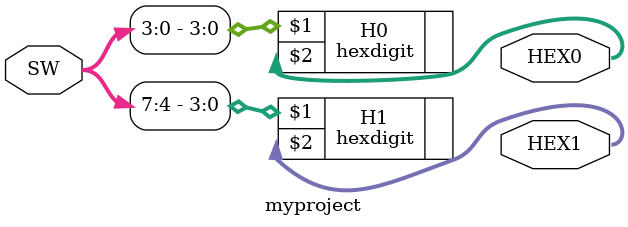
<source format=v>
module myproject(
	input wire [7:0] SW,
	output wire [6:0] HEX0,
	output wire [6:0] HEX1
);

hexdigit H0 (SW[3:0],HEX0);
hexdigit H1 (SW[7:4],HEX1);

endmodule

</source>
